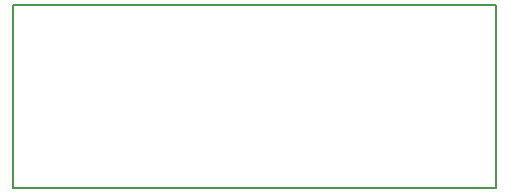
<source format=gbr>
G04 #@! TF.GenerationSoftware,KiCad,Pcbnew,(5.0.0)*
G04 #@! TF.CreationDate,2019-06-25T10:28:51-07:00*
G04 #@! TF.ProjectId,Buffer,4275666665722E6B696361645F706362,rev?*
G04 #@! TF.SameCoordinates,Original*
G04 #@! TF.FileFunction,Profile,NP*
%FSLAX46Y46*%
G04 Gerber Fmt 4.6, Leading zero omitted, Abs format (unit mm)*
G04 Created by KiCad (PCBNEW (5.0.0)) date 06/25/19 10:28:51*
%MOMM*%
%LPD*%
G01*
G04 APERTURE LIST*
%ADD10C,0.200000*%
G04 APERTURE END LIST*
D10*
X0Y15494000D02*
X0Y0D01*
X40894000Y15494000D02*
X0Y15494000D01*
X40894000Y0D02*
X40894000Y15494000D01*
X0Y0D02*
X40894000Y0D01*
M02*

</source>
